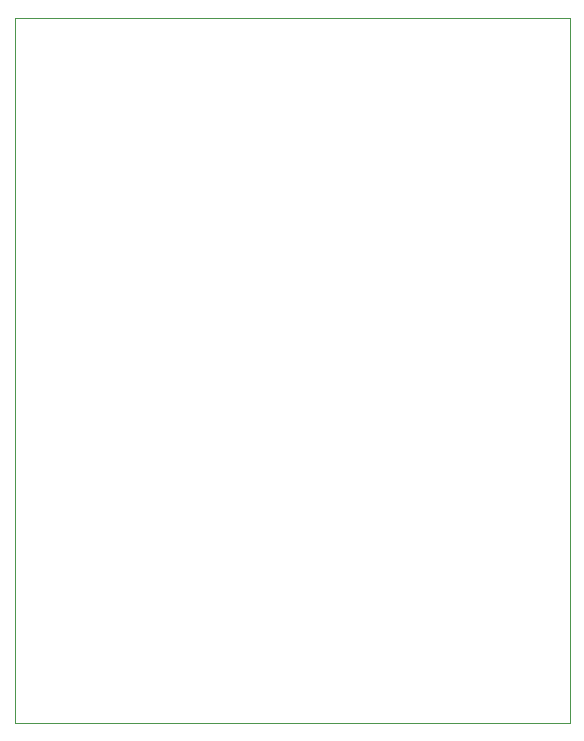
<source format=gm1>
G04 #@! TF.FileFunction,Profile,NP*
%FSLAX46Y46*%
G04 Gerber Fmt 4.6, Leading zero omitted, Abs format (unit mm)*
G04 Created by KiCad (PCBNEW (2015-09-02 BZR 6149)-product) date Saturday, 26 September 2015 14:16:23*
%MOMM*%
G01*
G04 APERTURE LIST*
%ADD10C,0.100000*%
G04 APERTURE END LIST*
D10*
X125730000Y-97790000D02*
X125730000Y-157480000D01*
X172720000Y-97790000D02*
X125730000Y-97790000D01*
X172720000Y-157480000D02*
X172720000Y-97790000D01*
X125730000Y-157480000D02*
X172720000Y-157480000D01*
M02*

</source>
